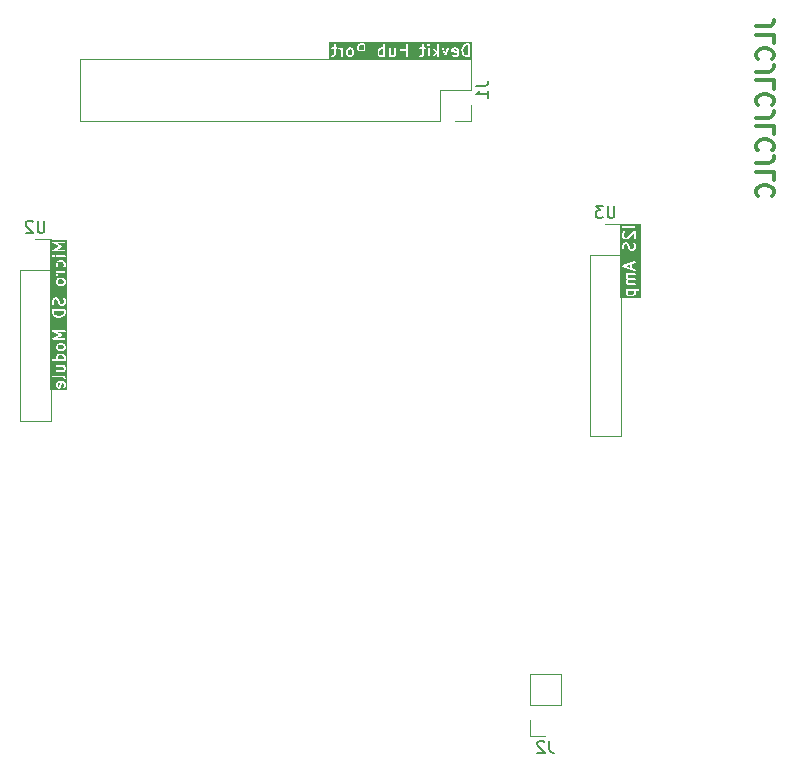
<source format=gbr>
%TF.GenerationSoftware,KiCad,Pcbnew,7.0.8*%
%TF.CreationDate,2023-10-15T22:57:13-07:00*%
%TF.ProjectId,HandheldInterface,48616e64-6865-46c6-9449-6e7465726661,rev?*%
%TF.SameCoordinates,Original*%
%TF.FileFunction,Legend,Bot*%
%TF.FilePolarity,Positive*%
%FSLAX46Y46*%
G04 Gerber Fmt 4.6, Leading zero omitted, Abs format (unit mm)*
G04 Created by KiCad (PCBNEW 7.0.8) date 2023-10-15 22:57:13*
%MOMM*%
%LPD*%
G01*
G04 APERTURE LIST*
%ADD10C,0.300000*%
%ADD11C,0.150000*%
%ADD12C,0.120000*%
G04 APERTURE END LIST*
D10*
X99115828Y-21303082D02*
X100187257Y-21303082D01*
X100187257Y-21303082D02*
X100401542Y-21231653D01*
X100401542Y-21231653D02*
X100544400Y-21088796D01*
X100544400Y-21088796D02*
X100615828Y-20874510D01*
X100615828Y-20874510D02*
X100615828Y-20731653D01*
X100615828Y-22731653D02*
X100615828Y-22017367D01*
X100615828Y-22017367D02*
X99115828Y-22017367D01*
X100472971Y-24088796D02*
X100544400Y-24017368D01*
X100544400Y-24017368D02*
X100615828Y-23803082D01*
X100615828Y-23803082D02*
X100615828Y-23660225D01*
X100615828Y-23660225D02*
X100544400Y-23445939D01*
X100544400Y-23445939D02*
X100401542Y-23303082D01*
X100401542Y-23303082D02*
X100258685Y-23231653D01*
X100258685Y-23231653D02*
X99972971Y-23160225D01*
X99972971Y-23160225D02*
X99758685Y-23160225D01*
X99758685Y-23160225D02*
X99472971Y-23231653D01*
X99472971Y-23231653D02*
X99330114Y-23303082D01*
X99330114Y-23303082D02*
X99187257Y-23445939D01*
X99187257Y-23445939D02*
X99115828Y-23660225D01*
X99115828Y-23660225D02*
X99115828Y-23803082D01*
X99115828Y-23803082D02*
X99187257Y-24017368D01*
X99187257Y-24017368D02*
X99258685Y-24088796D01*
X99115828Y-25160225D02*
X100187257Y-25160225D01*
X100187257Y-25160225D02*
X100401542Y-25088796D01*
X100401542Y-25088796D02*
X100544400Y-24945939D01*
X100544400Y-24945939D02*
X100615828Y-24731653D01*
X100615828Y-24731653D02*
X100615828Y-24588796D01*
X100615828Y-26588796D02*
X100615828Y-25874510D01*
X100615828Y-25874510D02*
X99115828Y-25874510D01*
X100472971Y-27945939D02*
X100544400Y-27874511D01*
X100544400Y-27874511D02*
X100615828Y-27660225D01*
X100615828Y-27660225D02*
X100615828Y-27517368D01*
X100615828Y-27517368D02*
X100544400Y-27303082D01*
X100544400Y-27303082D02*
X100401542Y-27160225D01*
X100401542Y-27160225D02*
X100258685Y-27088796D01*
X100258685Y-27088796D02*
X99972971Y-27017368D01*
X99972971Y-27017368D02*
X99758685Y-27017368D01*
X99758685Y-27017368D02*
X99472971Y-27088796D01*
X99472971Y-27088796D02*
X99330114Y-27160225D01*
X99330114Y-27160225D02*
X99187257Y-27303082D01*
X99187257Y-27303082D02*
X99115828Y-27517368D01*
X99115828Y-27517368D02*
X99115828Y-27660225D01*
X99115828Y-27660225D02*
X99187257Y-27874511D01*
X99187257Y-27874511D02*
X99258685Y-27945939D01*
X99115828Y-29017368D02*
X100187257Y-29017368D01*
X100187257Y-29017368D02*
X100401542Y-28945939D01*
X100401542Y-28945939D02*
X100544400Y-28803082D01*
X100544400Y-28803082D02*
X100615828Y-28588796D01*
X100615828Y-28588796D02*
X100615828Y-28445939D01*
X100615828Y-30445939D02*
X100615828Y-29731653D01*
X100615828Y-29731653D02*
X99115828Y-29731653D01*
X100472971Y-31803082D02*
X100544400Y-31731654D01*
X100544400Y-31731654D02*
X100615828Y-31517368D01*
X100615828Y-31517368D02*
X100615828Y-31374511D01*
X100615828Y-31374511D02*
X100544400Y-31160225D01*
X100544400Y-31160225D02*
X100401542Y-31017368D01*
X100401542Y-31017368D02*
X100258685Y-30945939D01*
X100258685Y-30945939D02*
X99972971Y-30874511D01*
X99972971Y-30874511D02*
X99758685Y-30874511D01*
X99758685Y-30874511D02*
X99472971Y-30945939D01*
X99472971Y-30945939D02*
X99330114Y-31017368D01*
X99330114Y-31017368D02*
X99187257Y-31160225D01*
X99187257Y-31160225D02*
X99115828Y-31374511D01*
X99115828Y-31374511D02*
X99115828Y-31517368D01*
X99115828Y-31517368D02*
X99187257Y-31731654D01*
X99187257Y-31731654D02*
X99258685Y-31803082D01*
X99115828Y-32874511D02*
X100187257Y-32874511D01*
X100187257Y-32874511D02*
X100401542Y-32803082D01*
X100401542Y-32803082D02*
X100544400Y-32660225D01*
X100544400Y-32660225D02*
X100615828Y-32445939D01*
X100615828Y-32445939D02*
X100615828Y-32303082D01*
X100615828Y-34303082D02*
X100615828Y-33588796D01*
X100615828Y-33588796D02*
X99115828Y-33588796D01*
X100472971Y-35660225D02*
X100544400Y-35588797D01*
X100544400Y-35588797D02*
X100615828Y-35374511D01*
X100615828Y-35374511D02*
X100615828Y-35231654D01*
X100615828Y-35231654D02*
X100544400Y-35017368D01*
X100544400Y-35017368D02*
X100401542Y-34874511D01*
X100401542Y-34874511D02*
X100258685Y-34803082D01*
X100258685Y-34803082D02*
X99972971Y-34731654D01*
X99972971Y-34731654D02*
X99758685Y-34731654D01*
X99758685Y-34731654D02*
X99472971Y-34803082D01*
X99472971Y-34803082D02*
X99330114Y-34874511D01*
X99330114Y-34874511D02*
X99187257Y-35017368D01*
X99187257Y-35017368D02*
X99115828Y-35231654D01*
X99115828Y-35231654D02*
X99115828Y-35374511D01*
X99115828Y-35374511D02*
X99187257Y-35588797D01*
X99187257Y-35588797D02*
X99258685Y-35660225D01*
D11*
X87121904Y-36494819D02*
X87121904Y-37304342D01*
X87121904Y-37304342D02*
X87074285Y-37399580D01*
X87074285Y-37399580D02*
X87026666Y-37447200D01*
X87026666Y-37447200D02*
X86931428Y-37494819D01*
X86931428Y-37494819D02*
X86740952Y-37494819D01*
X86740952Y-37494819D02*
X86645714Y-37447200D01*
X86645714Y-37447200D02*
X86598095Y-37399580D01*
X86598095Y-37399580D02*
X86550476Y-37304342D01*
X86550476Y-37304342D02*
X86550476Y-36494819D01*
X86169523Y-36494819D02*
X85550476Y-36494819D01*
X85550476Y-36494819D02*
X85883809Y-36875771D01*
X85883809Y-36875771D02*
X85740952Y-36875771D01*
X85740952Y-36875771D02*
X85645714Y-36923390D01*
X85645714Y-36923390D02*
X85598095Y-36971009D01*
X85598095Y-36971009D02*
X85550476Y-37066247D01*
X85550476Y-37066247D02*
X85550476Y-37304342D01*
X85550476Y-37304342D02*
X85598095Y-37399580D01*
X85598095Y-37399580D02*
X85645714Y-37447200D01*
X85645714Y-37447200D02*
X85740952Y-37494819D01*
X85740952Y-37494819D02*
X86026666Y-37494819D01*
X86026666Y-37494819D02*
X86121904Y-37447200D01*
X86121904Y-37447200D02*
X86169523Y-37399580D01*
G36*
X88771819Y-43713324D02*
G01*
X88771819Y-43868390D01*
X88737561Y-43936905D01*
X88707153Y-43967312D01*
X88638637Y-44001571D01*
X88388333Y-44001571D01*
X88319817Y-43967313D01*
X88289410Y-43936906D01*
X88255152Y-43868390D01*
X88255152Y-43713324D01*
X88274124Y-43675381D01*
X88752847Y-43675381D01*
X88771819Y-43713324D01*
G37*
G36*
X88486104Y-41734419D02*
G01*
X88083989Y-41600381D01*
X88486104Y-41466342D01*
X88486104Y-41734419D01*
G37*
G36*
X89396870Y-44294428D02*
G01*
X87628962Y-44294428D01*
X87628962Y-43886095D01*
X88105152Y-43886095D01*
X88106685Y-43890308D01*
X88105644Y-43894669D01*
X88113070Y-43919636D01*
X88160689Y-44014874D01*
X88161878Y-44015999D01*
X88174738Y-44034366D01*
X88222357Y-44081985D01*
X88223838Y-44082676D01*
X88241849Y-44096034D01*
X88337087Y-44143653D01*
X88341540Y-44144165D01*
X88344976Y-44147048D01*
X88370628Y-44151571D01*
X88656342Y-44151571D01*
X88660555Y-44150037D01*
X88664916Y-44151079D01*
X88689883Y-44143653D01*
X88785121Y-44096034D01*
X88786246Y-44094845D01*
X88804612Y-44081986D01*
X88852232Y-44034367D01*
X88852922Y-44032885D01*
X88866282Y-44014874D01*
X88913901Y-43919636D01*
X88914413Y-43915182D01*
X88917296Y-43911747D01*
X88921819Y-43886095D01*
X88921819Y-43695619D01*
X88920285Y-43691405D01*
X88921327Y-43687044D01*
X88917858Y-43675381D01*
X89180152Y-43675381D01*
X89228361Y-43657834D01*
X89254013Y-43613405D01*
X89245104Y-43562881D01*
X89205804Y-43529904D01*
X89180152Y-43525381D01*
X88180152Y-43525381D01*
X88131943Y-43542928D01*
X88106291Y-43587357D01*
X88115200Y-43637881D01*
X88122222Y-43643773D01*
X88113070Y-43662078D01*
X88112557Y-43666531D01*
X88109675Y-43669967D01*
X88105152Y-43695619D01*
X88105152Y-43886095D01*
X87628962Y-43886095D01*
X87628962Y-42981333D01*
X88105152Y-42981333D01*
X88106685Y-42985545D01*
X88105643Y-42989907D01*
X88113070Y-43014874D01*
X88160689Y-43110113D01*
X88168842Y-43117832D01*
X88173309Y-43128137D01*
X88194230Y-43143654D01*
X88289468Y-43191273D01*
X88293921Y-43191785D01*
X88297357Y-43194668D01*
X88323009Y-43199191D01*
X88846819Y-43199191D01*
X88895028Y-43181644D01*
X88920680Y-43137215D01*
X88911771Y-43086691D01*
X88872471Y-43053714D01*
X88846819Y-43049191D01*
X88340714Y-43049191D01*
X88283672Y-43020670D01*
X88255152Y-42963628D01*
X88255152Y-42856181D01*
X88283672Y-42799139D01*
X88340714Y-42770619D01*
X88846819Y-42770619D01*
X88895028Y-42753072D01*
X88920680Y-42708643D01*
X88911771Y-42658119D01*
X88872471Y-42625142D01*
X88846819Y-42620619D01*
X88340714Y-42620619D01*
X88283672Y-42592098D01*
X88255152Y-42535057D01*
X88255152Y-42427610D01*
X88289410Y-42359094D01*
X88306456Y-42342048D01*
X88846819Y-42342048D01*
X88895028Y-42324501D01*
X88920680Y-42280072D01*
X88911771Y-42229548D01*
X88872471Y-42196571D01*
X88846819Y-42192048D01*
X88180152Y-42192048D01*
X88131943Y-42209595D01*
X88106291Y-42254024D01*
X88115200Y-42304548D01*
X88138994Y-42324514D01*
X88113070Y-42376364D01*
X88112557Y-42380817D01*
X88109675Y-42384253D01*
X88105152Y-42409905D01*
X88105152Y-42552762D01*
X88106685Y-42556975D01*
X88105644Y-42561336D01*
X88113070Y-42586303D01*
X88160689Y-42681541D01*
X88168842Y-42689260D01*
X88171425Y-42695220D01*
X88160689Y-42709697D01*
X88113070Y-42804935D01*
X88112557Y-42809388D01*
X88109675Y-42812824D01*
X88105152Y-42838476D01*
X88105152Y-42981333D01*
X87628962Y-42981333D01*
X87628962Y-41611382D01*
X87772630Y-41611382D01*
X87773658Y-41613281D01*
X87773342Y-41615417D01*
X87785760Y-41635630D01*
X87797059Y-41656496D01*
X87799066Y-41657289D01*
X87800197Y-41659129D01*
X87823102Y-41671532D01*
X88823102Y-42004865D01*
X88874385Y-42003464D01*
X88912771Y-41969426D01*
X88920296Y-41918678D01*
X88893441Y-41874965D01*
X88870536Y-41862563D01*
X88636104Y-41784419D01*
X88636104Y-41416342D01*
X88870536Y-41338199D01*
X88910722Y-41306308D01*
X88921008Y-41256047D01*
X88896579Y-41210933D01*
X88848867Y-41192076D01*
X88823102Y-41195897D01*
X87823102Y-41529230D01*
X87821410Y-41530572D01*
X87819252Y-41530631D01*
X87801490Y-41546380D01*
X87782916Y-41561121D01*
X87782483Y-41563234D01*
X87780867Y-41564668D01*
X87777386Y-41588138D01*
X87772630Y-41611382D01*
X87628962Y-41611382D01*
X87628962Y-40076571D01*
X87771819Y-40076571D01*
X87772379Y-40078109D01*
X87775668Y-40100288D01*
X87823287Y-40243145D01*
X87855178Y-40283331D01*
X87905439Y-40293617D01*
X87950553Y-40269188D01*
X87969410Y-40221476D01*
X87965589Y-40195710D01*
X87921819Y-40064400D01*
X87921819Y-39856181D01*
X87956077Y-39787665D01*
X87986484Y-39757258D01*
X88055000Y-39723000D01*
X88114828Y-39723000D01*
X88183344Y-39757258D01*
X88213751Y-39787665D01*
X88252244Y-39864652D01*
X88297867Y-40047142D01*
X88299855Y-40050086D01*
X88303546Y-40062493D01*
X88351165Y-40157731D01*
X88352354Y-40158856D01*
X88365214Y-40177223D01*
X88412833Y-40224842D01*
X88414314Y-40225533D01*
X88432325Y-40238891D01*
X88527563Y-40286510D01*
X88532016Y-40287022D01*
X88535452Y-40289905D01*
X88561104Y-40294428D01*
X88656342Y-40294428D01*
X88660555Y-40292894D01*
X88664916Y-40293936D01*
X88689883Y-40286510D01*
X88785121Y-40238891D01*
X88786246Y-40237702D01*
X88804612Y-40224843D01*
X88852232Y-40177224D01*
X88852922Y-40175742D01*
X88866282Y-40157731D01*
X88913901Y-40062493D01*
X88914413Y-40058039D01*
X88917296Y-40054604D01*
X88921819Y-40028952D01*
X88921819Y-39790857D01*
X88921259Y-39789319D01*
X88917970Y-39767139D01*
X88870351Y-39624283D01*
X88838460Y-39584097D01*
X88788199Y-39573811D01*
X88743085Y-39598240D01*
X88724228Y-39645951D01*
X88728049Y-39671717D01*
X88771819Y-39803027D01*
X88771819Y-40011247D01*
X88737561Y-40079762D01*
X88707153Y-40110169D01*
X88638637Y-40144428D01*
X88578809Y-40144428D01*
X88510293Y-40110170D01*
X88479886Y-40079763D01*
X88441392Y-40002776D01*
X88395770Y-39820286D01*
X88393781Y-39817341D01*
X88390091Y-39804935D01*
X88342472Y-39709697D01*
X88341282Y-39708571D01*
X88328423Y-39690205D01*
X88280804Y-39642586D01*
X88279322Y-39641895D01*
X88261312Y-39628537D01*
X88166074Y-39580918D01*
X88161620Y-39580405D01*
X88158185Y-39577523D01*
X88132533Y-39573000D01*
X88037295Y-39573000D01*
X88033081Y-39574533D01*
X88028720Y-39573492D01*
X88003754Y-39580918D01*
X87908516Y-39628537D01*
X87907390Y-39629726D01*
X87889024Y-39642586D01*
X87841405Y-39690205D01*
X87840714Y-39691686D01*
X87827356Y-39709697D01*
X87779737Y-39804935D01*
X87779224Y-39809388D01*
X87776342Y-39812824D01*
X87771819Y-39838476D01*
X87771819Y-40076571D01*
X87628962Y-40076571D01*
X87628962Y-39076571D01*
X87771819Y-39076571D01*
X87773352Y-39080784D01*
X87772311Y-39085145D01*
X87779737Y-39110112D01*
X87827356Y-39205350D01*
X87828545Y-39206475D01*
X87841405Y-39224842D01*
X87889024Y-39272461D01*
X87890505Y-39273152D01*
X87908516Y-39286510D01*
X88003754Y-39334129D01*
X88008207Y-39334641D01*
X88011643Y-39337524D01*
X88037295Y-39342047D01*
X88132533Y-39342047D01*
X88134071Y-39341486D01*
X88156250Y-39338198D01*
X88299107Y-39290579D01*
X88302619Y-39287791D01*
X88307086Y-39287401D01*
X88328423Y-39272461D01*
X88771819Y-38829065D01*
X88771819Y-39267047D01*
X88789366Y-39315256D01*
X88833795Y-39340908D01*
X88884319Y-39331999D01*
X88917296Y-39292699D01*
X88921819Y-39267047D01*
X88921819Y-38648000D01*
X88914098Y-38626788D01*
X88908256Y-38604982D01*
X88905444Y-38603013D01*
X88904272Y-38599791D01*
X88884726Y-38588505D01*
X88866231Y-38575555D01*
X88862813Y-38575853D01*
X88859843Y-38574139D01*
X88837616Y-38578058D01*
X88815123Y-38580026D01*
X88811308Y-38582697D01*
X88809319Y-38583048D01*
X88807198Y-38585574D01*
X88793786Y-38594967D01*
X88234876Y-39153875D01*
X88120363Y-39192047D01*
X88055000Y-39192047D01*
X87986484Y-39157789D01*
X87956077Y-39127382D01*
X87921819Y-39058866D01*
X87921819Y-38856181D01*
X87956077Y-38787665D01*
X87995090Y-38748652D01*
X88016771Y-38702156D01*
X88003494Y-38652601D01*
X87961468Y-38623175D01*
X87910361Y-38627646D01*
X87889024Y-38642586D01*
X87841405Y-38690205D01*
X87840714Y-38691686D01*
X87827356Y-38709697D01*
X87779737Y-38804935D01*
X87779224Y-38809388D01*
X87776342Y-38812824D01*
X87771819Y-38838476D01*
X87771819Y-39076571D01*
X87628962Y-39076571D01*
X87628962Y-38254024D01*
X87772958Y-38254024D01*
X87781867Y-38304548D01*
X87821167Y-38337525D01*
X87846819Y-38342048D01*
X88846819Y-38342048D01*
X88895028Y-38324501D01*
X88920680Y-38280072D01*
X88911771Y-38229548D01*
X88872471Y-38196571D01*
X88846819Y-38192048D01*
X87846819Y-38192048D01*
X87798610Y-38209595D01*
X87772958Y-38254024D01*
X87628962Y-38254024D01*
X87628962Y-38049191D01*
X89396870Y-38049191D01*
X89396870Y-44294428D01*
G37*
X38861904Y-37764819D02*
X38861904Y-38574342D01*
X38861904Y-38574342D02*
X38814285Y-38669580D01*
X38814285Y-38669580D02*
X38766666Y-38717200D01*
X38766666Y-38717200D02*
X38671428Y-38764819D01*
X38671428Y-38764819D02*
X38480952Y-38764819D01*
X38480952Y-38764819D02*
X38385714Y-38717200D01*
X38385714Y-38717200D02*
X38338095Y-38669580D01*
X38338095Y-38669580D02*
X38290476Y-38574342D01*
X38290476Y-38574342D02*
X38290476Y-37764819D01*
X37861904Y-37860057D02*
X37814285Y-37812438D01*
X37814285Y-37812438D02*
X37719047Y-37764819D01*
X37719047Y-37764819D02*
X37480952Y-37764819D01*
X37480952Y-37764819D02*
X37385714Y-37812438D01*
X37385714Y-37812438D02*
X37338095Y-37860057D01*
X37338095Y-37860057D02*
X37290476Y-37955295D01*
X37290476Y-37955295D02*
X37290476Y-38050533D01*
X37290476Y-38050533D02*
X37338095Y-38193390D01*
X37338095Y-38193390D02*
X37909523Y-38764819D01*
X37909523Y-38764819D02*
X37290476Y-38764819D01*
G36*
X40096761Y-51811667D02*
G01*
X40080714Y-51811667D01*
X40023672Y-51783146D01*
X39995152Y-51726105D01*
X39995152Y-51571039D01*
X40023672Y-51513997D01*
X40080714Y-51485477D01*
X40161999Y-51485477D01*
X40096761Y-51811667D01*
G37*
G36*
X40447153Y-49186401D02*
G01*
X40477561Y-49216808D01*
X40511819Y-49285324D01*
X40511819Y-49440390D01*
X40492848Y-49478333D01*
X40014123Y-49478333D01*
X39995152Y-49440390D01*
X39995152Y-49285324D01*
X40029410Y-49216808D01*
X40059817Y-49186401D01*
X40128333Y-49152143D01*
X40378637Y-49152143D01*
X40447153Y-49186401D01*
G37*
G36*
X40447153Y-48281639D02*
G01*
X40477561Y-48312046D01*
X40511819Y-48380562D01*
X40511819Y-48488009D01*
X40477561Y-48556524D01*
X40447153Y-48586931D01*
X40378637Y-48621190D01*
X40128333Y-48621190D01*
X40059817Y-48586932D01*
X40029410Y-48556525D01*
X39995152Y-48488009D01*
X39995152Y-48380562D01*
X40029410Y-48312046D01*
X40059817Y-48281639D01*
X40128333Y-48247381D01*
X40378637Y-48247381D01*
X40447153Y-48281639D01*
G37*
G36*
X40511819Y-45541163D02*
G01*
X40473648Y-45655675D01*
X40399534Y-45729788D01*
X40322547Y-45768282D01*
X40149013Y-45811666D01*
X40024624Y-45811666D01*
X39851090Y-45768282D01*
X39774103Y-45729789D01*
X39699990Y-45655676D01*
X39661819Y-45541162D01*
X39661819Y-45390238D01*
X40511819Y-45390238D01*
X40511819Y-45541163D01*
G37*
G36*
X40447153Y-42757829D02*
G01*
X40477561Y-42788236D01*
X40511819Y-42856752D01*
X40511819Y-42964199D01*
X40477561Y-43032714D01*
X40447153Y-43063121D01*
X40378637Y-43097380D01*
X40128333Y-43097380D01*
X40059817Y-43063122D01*
X40029410Y-43032715D01*
X39995152Y-42964199D01*
X39995152Y-42856752D01*
X40029410Y-42788236D01*
X40059817Y-42757829D01*
X40128333Y-42723571D01*
X40378637Y-42723571D01*
X40447153Y-42757829D01*
G37*
G36*
X40804676Y-52104524D02*
G01*
X39368962Y-52104524D01*
X39368962Y-51743810D01*
X39845152Y-51743810D01*
X39846685Y-51748023D01*
X39845644Y-51752384D01*
X39853070Y-51777351D01*
X39900689Y-51872589D01*
X39908842Y-51880308D01*
X39913309Y-51890613D01*
X39934230Y-51906130D01*
X40029468Y-51953749D01*
X40033921Y-51954261D01*
X40037357Y-51957144D01*
X40063009Y-51961667D01*
X40158247Y-51961667D01*
X40169891Y-51957428D01*
X40182281Y-51957712D01*
X40193251Y-51948925D01*
X40206456Y-51944120D01*
X40212650Y-51933390D01*
X40222325Y-51925643D01*
X40231791Y-51901376D01*
X40314970Y-51485477D01*
X40426256Y-51485477D01*
X40483298Y-51513997D01*
X40511819Y-51571039D01*
X40511819Y-51726105D01*
X40472118Y-51805507D01*
X40466253Y-51856474D01*
X40494519Y-51899287D01*
X40543694Y-51913913D01*
X40590765Y-51893510D01*
X40606282Y-51872589D01*
X40653901Y-51777351D01*
X40654413Y-51772897D01*
X40657296Y-51769462D01*
X40661819Y-51743810D01*
X40661819Y-51553334D01*
X40660285Y-51549120D01*
X40661327Y-51544759D01*
X40653901Y-51519793D01*
X40606282Y-51424555D01*
X40598128Y-51416835D01*
X40593662Y-51406531D01*
X40572741Y-51391014D01*
X40477502Y-51343395D01*
X40473048Y-51342882D01*
X40469613Y-51340000D01*
X40443961Y-51335477D01*
X40063009Y-51335477D01*
X40058795Y-51337010D01*
X40054434Y-51335969D01*
X40029468Y-51343395D01*
X39934230Y-51391014D01*
X39926510Y-51399167D01*
X39916206Y-51403634D01*
X39900689Y-51424555D01*
X39853070Y-51519793D01*
X39852557Y-51524246D01*
X39849675Y-51527682D01*
X39845152Y-51553334D01*
X39845152Y-51743810D01*
X39368962Y-51743810D01*
X39368962Y-50921262D01*
X39512958Y-50921262D01*
X39521867Y-50971786D01*
X39561167Y-51004763D01*
X39586819Y-51009286D01*
X40426256Y-51009286D01*
X40483298Y-51037806D01*
X40519737Y-51110684D01*
X40556991Y-51145956D01*
X40608201Y-51149031D01*
X40649407Y-51118467D01*
X40661327Y-51068568D01*
X40653901Y-51043602D01*
X40606282Y-50948364D01*
X40598128Y-50940644D01*
X40593662Y-50930340D01*
X40572741Y-50914823D01*
X40477502Y-50867204D01*
X40473048Y-50866691D01*
X40469613Y-50863809D01*
X40443961Y-50859286D01*
X39586819Y-50859286D01*
X39538610Y-50876833D01*
X39512958Y-50921262D01*
X39368962Y-50921262D01*
X39368962Y-50445071D01*
X39846291Y-50445071D01*
X39855200Y-50495595D01*
X39894500Y-50528572D01*
X39920152Y-50533095D01*
X40586819Y-50533095D01*
X40635028Y-50515548D01*
X40660680Y-50471119D01*
X40651771Y-50420595D01*
X40627976Y-50400628D01*
X40653901Y-50348779D01*
X40654413Y-50344325D01*
X40657296Y-50340890D01*
X40661819Y-50315238D01*
X40661819Y-50172381D01*
X40660285Y-50168167D01*
X40661327Y-50163806D01*
X40653901Y-50138840D01*
X40606282Y-50043602D01*
X40598128Y-50035882D01*
X40593662Y-50025578D01*
X40572741Y-50010061D01*
X40477502Y-49962442D01*
X40473048Y-49961929D01*
X40469613Y-49959047D01*
X40443961Y-49954524D01*
X39920152Y-49954524D01*
X39871943Y-49972071D01*
X39846291Y-50016500D01*
X39855200Y-50067024D01*
X39894500Y-50100001D01*
X39920152Y-50104524D01*
X40426256Y-50104524D01*
X40483298Y-50133044D01*
X40511819Y-50190086D01*
X40511819Y-50297533D01*
X40477561Y-50366048D01*
X40460514Y-50383095D01*
X39920152Y-50383095D01*
X39871943Y-50400642D01*
X39846291Y-50445071D01*
X39368962Y-50445071D01*
X39368962Y-49540309D01*
X39512958Y-49540309D01*
X39521867Y-49590833D01*
X39561167Y-49623810D01*
X39586819Y-49628333D01*
X40586819Y-49628333D01*
X40635028Y-49610786D01*
X40660680Y-49566357D01*
X40651771Y-49515833D01*
X40644748Y-49509940D01*
X40653901Y-49491636D01*
X40654413Y-49487182D01*
X40657296Y-49483747D01*
X40661819Y-49458095D01*
X40661819Y-49267619D01*
X40660285Y-49263405D01*
X40661327Y-49259044D01*
X40653901Y-49234078D01*
X40606282Y-49138840D01*
X40605094Y-49137715D01*
X40592232Y-49119347D01*
X40544612Y-49071728D01*
X40543129Y-49071036D01*
X40525121Y-49057680D01*
X40429883Y-49010061D01*
X40425429Y-49009548D01*
X40421994Y-49006666D01*
X40396342Y-49002143D01*
X40110628Y-49002143D01*
X40106414Y-49003676D01*
X40102053Y-49002635D01*
X40077087Y-49010061D01*
X39981849Y-49057680D01*
X39980723Y-49058869D01*
X39962357Y-49071729D01*
X39914738Y-49119348D01*
X39914047Y-49120829D01*
X39900689Y-49138840D01*
X39853070Y-49234078D01*
X39852557Y-49238531D01*
X39849675Y-49241967D01*
X39845152Y-49267619D01*
X39845152Y-49458095D01*
X39846685Y-49462308D01*
X39845644Y-49466669D01*
X39849113Y-49478333D01*
X39586819Y-49478333D01*
X39538610Y-49495880D01*
X39512958Y-49540309D01*
X39368962Y-49540309D01*
X39368962Y-48505714D01*
X39845152Y-48505714D01*
X39846685Y-48509927D01*
X39845644Y-48514288D01*
X39853070Y-48539255D01*
X39900689Y-48634493D01*
X39901878Y-48635618D01*
X39914738Y-48653985D01*
X39962357Y-48701604D01*
X39963838Y-48702295D01*
X39981849Y-48715653D01*
X40077087Y-48763272D01*
X40081540Y-48763784D01*
X40084976Y-48766667D01*
X40110628Y-48771190D01*
X40396342Y-48771190D01*
X40400555Y-48769656D01*
X40404916Y-48770698D01*
X40429883Y-48763272D01*
X40525121Y-48715653D01*
X40526246Y-48714464D01*
X40544612Y-48701605D01*
X40592232Y-48653986D01*
X40592922Y-48652504D01*
X40606282Y-48634493D01*
X40653901Y-48539255D01*
X40654413Y-48534801D01*
X40657296Y-48531366D01*
X40661819Y-48505714D01*
X40661819Y-48362857D01*
X40660285Y-48358643D01*
X40661327Y-48354282D01*
X40653901Y-48329316D01*
X40606282Y-48234078D01*
X40605094Y-48232953D01*
X40592232Y-48214585D01*
X40544612Y-48166966D01*
X40543129Y-48166274D01*
X40525121Y-48152918D01*
X40429883Y-48105299D01*
X40425429Y-48104786D01*
X40421994Y-48101904D01*
X40396342Y-48097381D01*
X40110628Y-48097381D01*
X40106414Y-48098914D01*
X40102053Y-48097873D01*
X40077087Y-48105299D01*
X39981849Y-48152918D01*
X39980723Y-48154107D01*
X39962357Y-48166967D01*
X39914738Y-48214586D01*
X39914047Y-48216067D01*
X39900689Y-48234078D01*
X39853070Y-48329316D01*
X39852557Y-48333769D01*
X39849675Y-48337205D01*
X39845152Y-48362857D01*
X39845152Y-48505714D01*
X39368962Y-48505714D01*
X39368962Y-47083658D01*
X39512102Y-47083658D01*
X39519022Y-47098509D01*
X39521867Y-47114643D01*
X39529539Y-47121081D01*
X39533770Y-47130160D01*
X39555103Y-47145107D01*
X40123750Y-47410476D01*
X39555103Y-47675845D01*
X39548022Y-47682930D01*
X39538610Y-47686356D01*
X39530417Y-47700545D01*
X39518837Y-47712133D01*
X39517966Y-47722109D01*
X39512958Y-47730785D01*
X39515803Y-47746920D01*
X39514380Y-47763242D01*
X39520127Y-47771445D01*
X39521867Y-47781309D01*
X39534417Y-47791840D01*
X39543819Y-47805258D01*
X39553493Y-47807847D01*
X39561167Y-47814286D01*
X39586819Y-47818809D01*
X40586819Y-47818809D01*
X40635028Y-47801262D01*
X40660680Y-47756833D01*
X40651771Y-47706309D01*
X40612471Y-47673332D01*
X40586819Y-47668809D01*
X39924887Y-47668809D01*
X40332821Y-47478440D01*
X40346579Y-47464673D01*
X40362528Y-47453513D01*
X40364287Y-47446953D01*
X40369086Y-47442152D01*
X40370777Y-47422763D01*
X40375821Y-47403962D01*
X40372953Y-47397808D01*
X40373544Y-47391043D01*
X40362372Y-47375099D01*
X40354153Y-47357459D01*
X40346018Y-47351759D01*
X40344104Y-47349027D01*
X40340892Y-47348167D01*
X40332821Y-47342512D01*
X39924887Y-47152143D01*
X40586819Y-47152143D01*
X40635028Y-47134596D01*
X40660680Y-47090167D01*
X40651771Y-47039643D01*
X40612471Y-47006666D01*
X40586819Y-47002143D01*
X39586819Y-47002143D01*
X39577406Y-47005568D01*
X39567429Y-47004693D01*
X39554004Y-47014086D01*
X39538610Y-47019690D01*
X39533602Y-47028362D01*
X39525395Y-47034106D01*
X39521149Y-47049931D01*
X39512958Y-47064119D01*
X39514697Y-47073983D01*
X39512102Y-47083658D01*
X39368962Y-47083658D01*
X39368962Y-45553333D01*
X39511819Y-45553333D01*
X39512379Y-45554871D01*
X39515668Y-45577050D01*
X39563287Y-45719907D01*
X39566074Y-45723419D01*
X39566465Y-45727886D01*
X39581405Y-45749223D01*
X39676643Y-45844461D01*
X39678124Y-45845151D01*
X39696135Y-45858510D01*
X39791373Y-45906129D01*
X39794901Y-45906535D01*
X39806724Y-45911808D01*
X39997200Y-45959427D01*
X40000648Y-45959066D01*
X40015390Y-45961666D01*
X40158247Y-45961666D01*
X40161504Y-45960480D01*
X40176437Y-45959427D01*
X40366913Y-45911808D01*
X40369857Y-45909819D01*
X40382264Y-45906129D01*
X40477502Y-45858510D01*
X40478625Y-45857323D01*
X40496994Y-45844461D01*
X40592233Y-45749223D01*
X40594128Y-45745158D01*
X40597948Y-45742812D01*
X40610351Y-45719907D01*
X40657970Y-45577051D01*
X40657925Y-45575415D01*
X40661819Y-45553333D01*
X40661819Y-45315238D01*
X40655155Y-45296929D01*
X40651771Y-45277738D01*
X40646586Y-45273387D01*
X40644272Y-45267029D01*
X40627398Y-45257286D01*
X40612471Y-45244761D01*
X40602728Y-45243043D01*
X40599843Y-45241377D01*
X40596560Y-45241955D01*
X40586819Y-45240238D01*
X39586819Y-45240238D01*
X39568510Y-45246901D01*
X39549319Y-45250286D01*
X39544968Y-45255470D01*
X39538610Y-45257785D01*
X39528867Y-45274658D01*
X39516342Y-45289586D01*
X39514624Y-45299328D01*
X39512958Y-45302214D01*
X39513536Y-45305496D01*
X39511819Y-45315238D01*
X39511819Y-45553333D01*
X39368962Y-45553333D01*
X39368962Y-44743809D01*
X39511819Y-44743809D01*
X39512379Y-44745347D01*
X39515668Y-44767526D01*
X39563287Y-44910383D01*
X39595178Y-44950569D01*
X39645439Y-44960855D01*
X39690553Y-44936426D01*
X39709410Y-44888714D01*
X39705589Y-44862948D01*
X39661819Y-44731638D01*
X39661819Y-44523419D01*
X39696077Y-44454903D01*
X39726484Y-44424496D01*
X39795000Y-44390238D01*
X39854828Y-44390238D01*
X39923344Y-44424496D01*
X39953751Y-44454903D01*
X39992244Y-44531890D01*
X40037867Y-44714380D01*
X40039855Y-44717324D01*
X40043546Y-44729731D01*
X40091165Y-44824969D01*
X40092354Y-44826094D01*
X40105214Y-44844461D01*
X40152833Y-44892080D01*
X40154314Y-44892771D01*
X40172325Y-44906129D01*
X40267563Y-44953748D01*
X40272016Y-44954260D01*
X40275452Y-44957143D01*
X40301104Y-44961666D01*
X40396342Y-44961666D01*
X40400555Y-44960132D01*
X40404916Y-44961174D01*
X40429883Y-44953748D01*
X40525121Y-44906129D01*
X40526246Y-44904940D01*
X40544612Y-44892081D01*
X40592232Y-44844462D01*
X40592922Y-44842980D01*
X40606282Y-44824969D01*
X40653901Y-44729731D01*
X40654413Y-44725277D01*
X40657296Y-44721842D01*
X40661819Y-44696190D01*
X40661819Y-44458095D01*
X40661259Y-44456557D01*
X40657970Y-44434377D01*
X40610351Y-44291521D01*
X40578460Y-44251335D01*
X40528199Y-44241049D01*
X40483085Y-44265478D01*
X40464228Y-44313189D01*
X40468049Y-44338955D01*
X40511819Y-44470265D01*
X40511819Y-44678485D01*
X40477561Y-44747000D01*
X40447153Y-44777407D01*
X40378637Y-44811666D01*
X40318809Y-44811666D01*
X40250293Y-44777408D01*
X40219886Y-44747001D01*
X40181392Y-44670014D01*
X40135770Y-44487524D01*
X40133781Y-44484579D01*
X40130091Y-44472173D01*
X40082472Y-44376935D01*
X40081282Y-44375809D01*
X40068423Y-44357443D01*
X40020804Y-44309824D01*
X40019322Y-44309133D01*
X40001312Y-44295775D01*
X39906074Y-44248156D01*
X39901620Y-44247643D01*
X39898185Y-44244761D01*
X39872533Y-44240238D01*
X39777295Y-44240238D01*
X39773081Y-44241771D01*
X39768720Y-44240730D01*
X39743754Y-44248156D01*
X39648516Y-44295775D01*
X39647390Y-44296964D01*
X39629024Y-44309824D01*
X39581405Y-44357443D01*
X39580714Y-44358924D01*
X39567356Y-44376935D01*
X39519737Y-44472173D01*
X39519224Y-44476626D01*
X39516342Y-44480062D01*
X39511819Y-44505714D01*
X39511819Y-44743809D01*
X39368962Y-44743809D01*
X39368962Y-42981904D01*
X39845152Y-42981904D01*
X39846685Y-42986117D01*
X39845644Y-42990478D01*
X39853070Y-43015445D01*
X39900689Y-43110683D01*
X39901878Y-43111808D01*
X39914738Y-43130175D01*
X39962357Y-43177794D01*
X39963838Y-43178485D01*
X39981849Y-43191843D01*
X40077087Y-43239462D01*
X40081540Y-43239974D01*
X40084976Y-43242857D01*
X40110628Y-43247380D01*
X40396342Y-43247380D01*
X40400555Y-43245846D01*
X40404916Y-43246888D01*
X40429883Y-43239462D01*
X40525121Y-43191843D01*
X40526246Y-43190654D01*
X40544612Y-43177795D01*
X40592232Y-43130176D01*
X40592922Y-43128694D01*
X40606282Y-43110683D01*
X40653901Y-43015445D01*
X40654413Y-43010991D01*
X40657296Y-43007556D01*
X40661819Y-42981904D01*
X40661819Y-42839047D01*
X40660285Y-42834833D01*
X40661327Y-42830472D01*
X40653901Y-42805506D01*
X40606282Y-42710268D01*
X40605094Y-42709143D01*
X40592232Y-42690775D01*
X40544612Y-42643156D01*
X40543129Y-42642464D01*
X40525121Y-42629108D01*
X40429883Y-42581489D01*
X40425429Y-42580976D01*
X40421994Y-42578094D01*
X40396342Y-42573571D01*
X40110628Y-42573571D01*
X40106414Y-42575104D01*
X40102053Y-42574063D01*
X40077087Y-42581489D01*
X39981849Y-42629108D01*
X39980723Y-42630297D01*
X39962357Y-42643157D01*
X39914738Y-42690776D01*
X39914047Y-42692257D01*
X39900689Y-42710268D01*
X39853070Y-42805506D01*
X39852557Y-42809959D01*
X39849675Y-42813395D01*
X39845152Y-42839047D01*
X39845152Y-42981904D01*
X39368962Y-42981904D01*
X39368962Y-42362856D01*
X39845152Y-42362856D01*
X39862699Y-42411065D01*
X39907128Y-42436717D01*
X39957652Y-42427808D01*
X39990629Y-42388508D01*
X39995152Y-42362856D01*
X39995152Y-42285323D01*
X40029410Y-42216807D01*
X40059817Y-42186400D01*
X40128333Y-42152142D01*
X40586819Y-42152142D01*
X40635028Y-42134595D01*
X40660680Y-42090166D01*
X40651771Y-42039642D01*
X40612471Y-42006665D01*
X40586819Y-42002142D01*
X39920152Y-42002142D01*
X39871943Y-42019689D01*
X39846291Y-42064118D01*
X39855200Y-42114642D01*
X39894500Y-42147619D01*
X39896153Y-42147910D01*
X39853070Y-42234077D01*
X39852557Y-42238530D01*
X39849675Y-42241966D01*
X39845152Y-42267618D01*
X39845152Y-42362856D01*
X39368962Y-42362856D01*
X39368962Y-41553332D01*
X39845152Y-41553332D01*
X39846685Y-41557545D01*
X39845644Y-41561906D01*
X39853070Y-41586873D01*
X39900689Y-41682111D01*
X39937943Y-41717383D01*
X39989153Y-41720458D01*
X40030359Y-41689894D01*
X40042279Y-41639995D01*
X40034853Y-41615029D01*
X39995152Y-41535627D01*
X39995152Y-41380561D01*
X40029410Y-41312045D01*
X40059817Y-41281638D01*
X40128333Y-41247380D01*
X40378637Y-41247380D01*
X40447153Y-41281638D01*
X40477561Y-41312045D01*
X40511819Y-41380561D01*
X40511819Y-41535627D01*
X40472118Y-41615029D01*
X40466253Y-41665996D01*
X40494519Y-41708809D01*
X40543694Y-41723435D01*
X40590765Y-41703032D01*
X40606282Y-41682111D01*
X40653901Y-41586873D01*
X40654413Y-41582419D01*
X40657296Y-41578984D01*
X40661819Y-41553332D01*
X40661819Y-41362856D01*
X40660285Y-41358642D01*
X40661327Y-41354281D01*
X40653901Y-41329315D01*
X40606282Y-41234077D01*
X40605094Y-41232952D01*
X40592232Y-41214584D01*
X40544612Y-41166965D01*
X40543129Y-41166273D01*
X40525121Y-41152917D01*
X40429883Y-41105298D01*
X40425429Y-41104785D01*
X40421994Y-41101903D01*
X40396342Y-41097380D01*
X40110628Y-41097380D01*
X40106414Y-41098913D01*
X40102053Y-41097872D01*
X40077087Y-41105298D01*
X39981849Y-41152917D01*
X39980723Y-41154106D01*
X39962357Y-41166966D01*
X39914738Y-41214585D01*
X39914047Y-41216066D01*
X39900689Y-41234077D01*
X39853070Y-41329315D01*
X39852557Y-41333768D01*
X39849675Y-41337204D01*
X39845152Y-41362856D01*
X39845152Y-41553332D01*
X39368962Y-41553332D01*
X39368962Y-40737273D01*
X39512105Y-40737273D01*
X39517147Y-40756092D01*
X39518846Y-40775505D01*
X39521515Y-40779318D01*
X39521867Y-40781309D01*
X39524395Y-40783430D01*
X39524519Y-40783607D01*
X39525382Y-40786827D01*
X39528112Y-40788738D01*
X39533786Y-40796842D01*
X39581405Y-40844461D01*
X39599063Y-40852694D01*
X39615027Y-40863873D01*
X39621769Y-40863282D01*
X39627901Y-40866142D01*
X39646720Y-40861099D01*
X39666134Y-40859401D01*
X39674236Y-40853727D01*
X39677456Y-40852865D01*
X39679367Y-40850135D01*
X39687471Y-40844461D01*
X39735090Y-40796842D01*
X39743325Y-40779181D01*
X39754501Y-40763220D01*
X39754202Y-40759804D01*
X39755918Y-40756833D01*
X39755322Y-40753453D01*
X39756771Y-40750346D01*
X39751728Y-40731524D01*
X39751663Y-40730785D01*
X39846291Y-40730785D01*
X39855200Y-40781309D01*
X39894500Y-40814286D01*
X39920152Y-40818809D01*
X40586819Y-40818809D01*
X40635028Y-40801262D01*
X40660680Y-40756833D01*
X40651771Y-40706309D01*
X40612471Y-40673332D01*
X40586819Y-40668809D01*
X39920152Y-40668809D01*
X39871943Y-40686356D01*
X39846291Y-40730785D01*
X39751663Y-40730785D01*
X39750030Y-40712113D01*
X39747360Y-40708299D01*
X39747009Y-40706309D01*
X39744480Y-40704187D01*
X39744356Y-40704010D01*
X39743494Y-40700791D01*
X39740764Y-40698879D01*
X39735090Y-40690776D01*
X39687471Y-40643157D01*
X39669810Y-40634922D01*
X39653849Y-40623746D01*
X39647107Y-40624335D01*
X39640974Y-40621476D01*
X39622152Y-40626518D01*
X39602742Y-40628217D01*
X39594639Y-40633890D01*
X39591420Y-40634753D01*
X39589508Y-40637483D01*
X39581405Y-40643157D01*
X39533786Y-40690776D01*
X39525552Y-40708433D01*
X39514374Y-40724398D01*
X39514672Y-40727814D01*
X39512958Y-40730785D01*
X39513554Y-40734165D01*
X39512105Y-40737273D01*
X39368962Y-40737273D01*
X39368962Y-39607467D01*
X39512102Y-39607467D01*
X39519022Y-39622318D01*
X39521867Y-39638452D01*
X39529539Y-39644890D01*
X39533770Y-39653969D01*
X39555103Y-39668916D01*
X40123750Y-39934285D01*
X39555103Y-40199654D01*
X39548022Y-40206739D01*
X39538610Y-40210165D01*
X39530417Y-40224354D01*
X39518837Y-40235942D01*
X39517966Y-40245918D01*
X39512958Y-40254594D01*
X39515803Y-40270729D01*
X39514380Y-40287051D01*
X39520127Y-40295254D01*
X39521867Y-40305118D01*
X39534417Y-40315649D01*
X39543819Y-40329067D01*
X39553493Y-40331656D01*
X39561167Y-40338095D01*
X39586819Y-40342618D01*
X40586819Y-40342618D01*
X40635028Y-40325071D01*
X40660680Y-40280642D01*
X40651771Y-40230118D01*
X40612471Y-40197141D01*
X40586819Y-40192618D01*
X39924887Y-40192618D01*
X40332821Y-40002249D01*
X40346579Y-39988482D01*
X40362528Y-39977322D01*
X40364287Y-39970762D01*
X40369086Y-39965961D01*
X40370777Y-39946572D01*
X40375821Y-39927771D01*
X40372953Y-39921617D01*
X40373544Y-39914852D01*
X40362372Y-39898908D01*
X40354153Y-39881268D01*
X40346018Y-39875568D01*
X40344104Y-39872836D01*
X40340892Y-39871976D01*
X40332821Y-39866321D01*
X39924887Y-39675952D01*
X40586819Y-39675952D01*
X40635028Y-39658405D01*
X40660680Y-39613976D01*
X40651771Y-39563452D01*
X40612471Y-39530475D01*
X40586819Y-39525952D01*
X39586819Y-39525952D01*
X39577406Y-39529377D01*
X39567429Y-39528502D01*
X39554004Y-39537895D01*
X39538610Y-39543499D01*
X39533602Y-39552171D01*
X39525395Y-39557915D01*
X39521149Y-39573740D01*
X39512958Y-39587928D01*
X39514697Y-39597792D01*
X39512102Y-39607467D01*
X39368962Y-39607467D01*
X39368962Y-39383095D01*
X40804676Y-39383095D01*
X40804676Y-52104524D01*
G37*
X75444819Y-26336666D02*
X76159104Y-26336666D01*
X76159104Y-26336666D02*
X76301961Y-26289047D01*
X76301961Y-26289047D02*
X76397200Y-26193809D01*
X76397200Y-26193809D02*
X76444819Y-26050952D01*
X76444819Y-26050952D02*
X76444819Y-25955714D01*
X76444819Y-27336666D02*
X76444819Y-26765238D01*
X76444819Y-27050952D02*
X75444819Y-27050952D01*
X75444819Y-27050952D02*
X75587676Y-26955714D01*
X75587676Y-26955714D02*
X75682914Y-26860476D01*
X75682914Y-26860476D02*
X75730533Y-26765238D01*
G36*
X64876905Y-23265410D02*
G01*
X64907312Y-23295817D01*
X64941570Y-23364333D01*
X64941570Y-23614637D01*
X64907311Y-23683153D01*
X64876904Y-23713561D01*
X64808389Y-23747819D01*
X64700942Y-23747819D01*
X64632426Y-23713561D01*
X64602019Y-23683153D01*
X64567761Y-23614637D01*
X64567761Y-23364333D01*
X64602019Y-23295817D01*
X64632426Y-23265410D01*
X64700942Y-23231152D01*
X64808389Y-23231152D01*
X64876905Y-23265410D01*
G37*
G36*
X67560618Y-23250123D02*
G01*
X67560618Y-23728847D01*
X67522675Y-23747819D01*
X67367609Y-23747819D01*
X67299093Y-23713561D01*
X67268686Y-23683153D01*
X67234428Y-23614637D01*
X67234428Y-23364333D01*
X67268686Y-23295817D01*
X67299093Y-23265410D01*
X67367609Y-23231152D01*
X67522675Y-23231152D01*
X67560618Y-23250123D01*
G37*
G36*
X73770193Y-23259672D02*
G01*
X73798714Y-23316714D01*
X73798714Y-23397999D01*
X73472524Y-23332761D01*
X73472524Y-23316714D01*
X73501044Y-23259672D01*
X73558086Y-23231152D01*
X73713152Y-23231152D01*
X73770193Y-23259672D01*
G37*
G36*
X74751095Y-23747819D02*
G01*
X74600170Y-23747819D01*
X74485657Y-23709648D01*
X74411544Y-23635534D01*
X74373050Y-23558547D01*
X74329667Y-23385013D01*
X74329667Y-23260624D01*
X74373050Y-23087090D01*
X74411544Y-23010103D01*
X74485657Y-22935990D01*
X74600170Y-22897819D01*
X74751095Y-22897819D01*
X74751095Y-23747819D01*
G37*
G36*
X65893951Y-23271628D02*
G01*
X65605704Y-23271628D01*
X65537188Y-23237370D01*
X65506781Y-23206963D01*
X65472523Y-23138447D01*
X65472523Y-23031000D01*
X65506781Y-22962484D01*
X65537188Y-22932077D01*
X65605704Y-22897819D01*
X65893951Y-22897819D01*
X65893951Y-23271628D01*
G37*
G36*
X75043952Y-24040676D02*
G01*
X62990328Y-24040676D01*
X62990328Y-23809795D01*
X63133185Y-23809795D01*
X63142094Y-23860319D01*
X63181394Y-23893296D01*
X63207046Y-23897819D01*
X63302284Y-23897819D01*
X63306497Y-23896285D01*
X63310858Y-23897327D01*
X63335825Y-23889901D01*
X63431063Y-23842282D01*
X63438782Y-23834128D01*
X63449087Y-23829662D01*
X63464604Y-23808741D01*
X63512223Y-23713502D01*
X63512735Y-23709048D01*
X63515618Y-23705613D01*
X63520141Y-23679961D01*
X63520141Y-23231152D01*
X63587998Y-23231152D01*
X63636207Y-23213605D01*
X63661859Y-23169176D01*
X63657266Y-23143128D01*
X63704614Y-23143128D01*
X63713523Y-23193652D01*
X63752823Y-23226629D01*
X63778475Y-23231152D01*
X63856008Y-23231152D01*
X63924524Y-23265410D01*
X63954931Y-23295817D01*
X63989189Y-23364333D01*
X63989189Y-23822819D01*
X64006736Y-23871028D01*
X64051165Y-23896680D01*
X64101689Y-23887771D01*
X64134666Y-23848471D01*
X64139189Y-23822819D01*
X64139189Y-23632342D01*
X64417761Y-23632342D01*
X64419294Y-23636555D01*
X64418253Y-23640916D01*
X64425679Y-23665883D01*
X64473298Y-23761121D01*
X64474486Y-23762246D01*
X64487346Y-23780612D01*
X64534965Y-23828232D01*
X64536446Y-23828922D01*
X64554458Y-23842282D01*
X64649696Y-23889901D01*
X64654149Y-23890413D01*
X64657585Y-23893296D01*
X64683237Y-23897819D01*
X64826094Y-23897819D01*
X64830307Y-23896285D01*
X64834668Y-23897327D01*
X64859635Y-23889901D01*
X64954873Y-23842282D01*
X64955997Y-23841094D01*
X64974366Y-23828232D01*
X65021984Y-23780613D01*
X65022674Y-23779131D01*
X65036033Y-23761121D01*
X65083652Y-23665883D01*
X65084164Y-23661429D01*
X65087047Y-23657994D01*
X65091570Y-23632342D01*
X65091570Y-23346628D01*
X65090036Y-23342414D01*
X65091078Y-23338053D01*
X65083652Y-23313087D01*
X65036033Y-23217849D01*
X65034843Y-23216723D01*
X65021984Y-23198357D01*
X64979779Y-23156152D01*
X65322523Y-23156152D01*
X65324056Y-23160365D01*
X65323015Y-23164726D01*
X65330441Y-23189693D01*
X65378060Y-23284931D01*
X65379249Y-23286056D01*
X65392109Y-23304423D01*
X65439728Y-23352042D01*
X65441209Y-23352733D01*
X65459220Y-23366091D01*
X65554458Y-23413710D01*
X65558911Y-23414222D01*
X65562347Y-23417105D01*
X65587999Y-23421628D01*
X65893951Y-23421628D01*
X65893951Y-23822819D01*
X65911498Y-23871028D01*
X65955927Y-23896680D01*
X66006451Y-23887771D01*
X66039428Y-23848471D01*
X66043951Y-23822819D01*
X66043951Y-23632342D01*
X67084428Y-23632342D01*
X67085961Y-23636555D01*
X67084920Y-23640916D01*
X67092346Y-23665883D01*
X67139965Y-23761121D01*
X67141153Y-23762246D01*
X67154013Y-23780612D01*
X67201632Y-23828232D01*
X67203113Y-23828922D01*
X67221125Y-23842282D01*
X67316363Y-23889901D01*
X67320816Y-23890413D01*
X67324252Y-23893296D01*
X67349904Y-23897819D01*
X67540380Y-23897819D01*
X67544593Y-23896285D01*
X67548954Y-23897327D01*
X67573921Y-23889901D01*
X67593713Y-23880004D01*
X67622594Y-23896680D01*
X67673118Y-23887771D01*
X67706095Y-23848471D01*
X67710618Y-23822819D01*
X68036809Y-23822819D01*
X68054356Y-23871028D01*
X68098785Y-23896680D01*
X68149309Y-23887771D01*
X68169275Y-23863976D01*
X68221125Y-23889901D01*
X68225578Y-23890413D01*
X68229014Y-23893296D01*
X68254666Y-23897819D01*
X68397523Y-23897819D01*
X68401736Y-23896285D01*
X68406097Y-23897327D01*
X68431064Y-23889901D01*
X68526302Y-23842282D01*
X68534021Y-23834128D01*
X68544326Y-23829662D01*
X68549401Y-23822819D01*
X68941571Y-23822819D01*
X68959118Y-23871028D01*
X69003547Y-23896680D01*
X69054071Y-23887771D01*
X69087048Y-23848471D01*
X69091571Y-23822819D01*
X69091571Y-23374009D01*
X69512999Y-23374009D01*
X69512999Y-23822819D01*
X69530546Y-23871028D01*
X69574975Y-23896680D01*
X69625499Y-23887771D01*
X69658476Y-23848471D01*
X69662999Y-23822819D01*
X69662999Y-23809795D01*
X70609377Y-23809795D01*
X70618286Y-23860319D01*
X70657586Y-23893296D01*
X70683238Y-23897819D01*
X70778476Y-23897819D01*
X70782689Y-23896285D01*
X70787050Y-23897327D01*
X70812017Y-23889901D01*
X70907255Y-23842282D01*
X70914974Y-23834128D01*
X70925279Y-23829662D01*
X70930354Y-23822819D01*
X71322523Y-23822819D01*
X71340070Y-23871028D01*
X71384499Y-23896680D01*
X71435023Y-23887771D01*
X71468000Y-23848471D01*
X71471801Y-23826914D01*
X71751207Y-23826914D01*
X71771359Y-23874093D01*
X71817124Y-23897281D01*
X71867085Y-23885627D01*
X71886095Y-23867819D01*
X72119923Y-23556046D01*
X72132047Y-23568170D01*
X72132047Y-23822819D01*
X72149594Y-23871028D01*
X72194023Y-23896680D01*
X72244547Y-23887771D01*
X72277524Y-23848471D01*
X72282047Y-23822819D01*
X72282047Y-23155698D01*
X72513001Y-23155698D01*
X72517369Y-23181377D01*
X72755464Y-23848044D01*
X72755772Y-23848415D01*
X72755775Y-23848896D01*
X72772102Y-23868117D01*
X72788203Y-23887543D01*
X72788675Y-23887629D01*
X72788988Y-23887997D01*
X72813901Y-23892234D01*
X72838672Y-23896757D01*
X72839089Y-23896519D01*
X72839565Y-23896600D01*
X72861383Y-23883826D01*
X72883256Y-23871374D01*
X72883422Y-23870924D01*
X72883838Y-23870681D01*
X72896726Y-23848044D01*
X73058796Y-23394247D01*
X73322524Y-23394247D01*
X73326762Y-23405891D01*
X73326479Y-23418281D01*
X73335265Y-23429251D01*
X73340071Y-23442456D01*
X73350800Y-23448650D01*
X73358548Y-23458325D01*
X73382815Y-23467791D01*
X73798714Y-23550969D01*
X73798714Y-23662256D01*
X73770193Y-23719298D01*
X73713152Y-23747819D01*
X73558086Y-23747819D01*
X73478684Y-23708118D01*
X73427717Y-23702253D01*
X73384904Y-23730519D01*
X73370278Y-23779694D01*
X73390681Y-23826765D01*
X73411602Y-23842282D01*
X73506840Y-23889901D01*
X73511293Y-23890413D01*
X73514729Y-23893296D01*
X73540381Y-23897819D01*
X73730857Y-23897819D01*
X73735070Y-23896285D01*
X73739431Y-23897327D01*
X73764398Y-23889901D01*
X73859636Y-23842282D01*
X73867355Y-23834128D01*
X73877660Y-23829662D01*
X73893177Y-23808741D01*
X73940796Y-23713502D01*
X73941308Y-23709048D01*
X73944191Y-23705613D01*
X73948714Y-23679961D01*
X73948714Y-23394247D01*
X74179667Y-23394247D01*
X74180852Y-23397504D01*
X74181906Y-23412437D01*
X74229525Y-23602913D01*
X74231513Y-23605857D01*
X74235204Y-23618264D01*
X74282823Y-23713502D01*
X74284009Y-23714625D01*
X74296872Y-23732994D01*
X74392110Y-23828233D01*
X74396174Y-23830128D01*
X74398521Y-23833948D01*
X74421426Y-23846351D01*
X74564282Y-23893970D01*
X74565917Y-23893925D01*
X74588000Y-23897819D01*
X74826095Y-23897819D01*
X74844403Y-23891155D01*
X74863595Y-23887771D01*
X74867945Y-23882586D01*
X74874304Y-23880272D01*
X74884046Y-23863398D01*
X74896572Y-23848471D01*
X74898289Y-23838728D01*
X74899956Y-23835843D01*
X74899377Y-23832560D01*
X74901095Y-23822819D01*
X74901095Y-22822819D01*
X74894431Y-22804510D01*
X74891047Y-22785319D01*
X74885862Y-22780968D01*
X74883548Y-22774610D01*
X74866674Y-22764867D01*
X74851747Y-22752342D01*
X74842004Y-22750624D01*
X74839119Y-22748958D01*
X74835836Y-22749536D01*
X74826095Y-22747819D01*
X74588000Y-22747819D01*
X74586462Y-22748378D01*
X74564282Y-22751668D01*
X74421426Y-22799287D01*
X74417915Y-22802073D01*
X74413447Y-22802464D01*
X74392110Y-22817405D01*
X74296872Y-22912643D01*
X74296181Y-22914124D01*
X74282823Y-22932135D01*
X74235204Y-23027373D01*
X74234797Y-23030901D01*
X74229525Y-23042724D01*
X74181906Y-23233200D01*
X74182266Y-23236648D01*
X74179667Y-23251390D01*
X74179667Y-23394247D01*
X73948714Y-23394247D01*
X73948714Y-23299009D01*
X73947180Y-23294795D01*
X73948222Y-23290434D01*
X73940796Y-23265468D01*
X73893177Y-23170230D01*
X73885023Y-23162510D01*
X73880557Y-23152206D01*
X73859636Y-23136689D01*
X73764398Y-23089070D01*
X73759944Y-23088557D01*
X73756509Y-23085675D01*
X73730857Y-23081152D01*
X73540381Y-23081152D01*
X73536167Y-23082685D01*
X73531806Y-23081644D01*
X73506840Y-23089070D01*
X73411602Y-23136689D01*
X73403882Y-23144842D01*
X73393578Y-23149309D01*
X73378061Y-23170230D01*
X73330442Y-23265468D01*
X73329929Y-23269921D01*
X73327047Y-23273357D01*
X73322524Y-23299009D01*
X73322524Y-23394247D01*
X73058796Y-23394247D01*
X73134821Y-23181377D01*
X73134510Y-23130075D01*
X73101297Y-23090975D01*
X73050720Y-23082372D01*
X73006446Y-23108291D01*
X72993559Y-23130927D01*
X72826095Y-23599826D01*
X72658631Y-23130927D01*
X72625891Y-23091428D01*
X72575423Y-23082214D01*
X72530839Y-23107597D01*
X72513001Y-23155698D01*
X72282047Y-23155698D01*
X72282047Y-22822819D01*
X72264500Y-22774610D01*
X72220071Y-22748958D01*
X72169547Y-22757867D01*
X72136570Y-22797167D01*
X72132047Y-22822819D01*
X72132047Y-23356038D01*
X71879128Y-23103119D01*
X71832631Y-23081438D01*
X71783077Y-23094715D01*
X71753650Y-23136741D01*
X71758122Y-23187848D01*
X71773062Y-23209185D01*
X72012780Y-23448903D01*
X71766095Y-23777819D01*
X71751207Y-23826914D01*
X71471801Y-23826914D01*
X71472523Y-23822819D01*
X71472523Y-23156152D01*
X71454976Y-23107943D01*
X71410547Y-23082291D01*
X71360023Y-23091200D01*
X71327046Y-23130500D01*
X71322523Y-23156152D01*
X71322523Y-23822819D01*
X70930354Y-23822819D01*
X70940796Y-23808741D01*
X70988415Y-23713502D01*
X70988927Y-23709048D01*
X70991810Y-23705613D01*
X70996333Y-23679961D01*
X70996333Y-23231152D01*
X71064190Y-23231152D01*
X71112399Y-23213605D01*
X71138051Y-23169176D01*
X71129142Y-23118652D01*
X71089842Y-23085675D01*
X71064190Y-23081152D01*
X70996333Y-23081152D01*
X70996333Y-22863902D01*
X71275190Y-22863902D01*
X71280232Y-22882721D01*
X71281931Y-22902134D01*
X71287604Y-22910236D01*
X71288467Y-22913456D01*
X71291197Y-22915367D01*
X71296871Y-22923471D01*
X71344490Y-22971090D01*
X71362148Y-22979323D01*
X71378112Y-22990502D01*
X71381528Y-22990203D01*
X71384499Y-22991918D01*
X71387878Y-22991322D01*
X71390986Y-22992771D01*
X71409805Y-22987728D01*
X71429219Y-22986030D01*
X71433032Y-22983360D01*
X71435023Y-22983009D01*
X71437144Y-22980480D01*
X71437321Y-22980356D01*
X71440541Y-22979494D01*
X71442452Y-22976764D01*
X71450556Y-22971090D01*
X71498175Y-22923471D01*
X71506410Y-22905810D01*
X71517586Y-22889849D01*
X71516996Y-22883107D01*
X71519856Y-22876975D01*
X71514813Y-22858153D01*
X71513115Y-22838742D01*
X71507441Y-22830639D01*
X71506579Y-22827420D01*
X71503849Y-22825508D01*
X71498175Y-22817405D01*
X71450556Y-22769786D01*
X71432895Y-22761551D01*
X71416934Y-22750375D01*
X71413518Y-22750673D01*
X71410547Y-22748958D01*
X71407166Y-22749554D01*
X71404059Y-22748105D01*
X71385237Y-22753147D01*
X71365827Y-22754846D01*
X71362013Y-22757515D01*
X71360023Y-22757867D01*
X71357901Y-22760395D01*
X71357724Y-22760519D01*
X71354505Y-22761382D01*
X71352593Y-22764112D01*
X71344490Y-22769786D01*
X71296871Y-22817405D01*
X71288637Y-22835062D01*
X71277459Y-22851027D01*
X71278049Y-22857770D01*
X71275190Y-22863902D01*
X70996333Y-22863902D01*
X70996333Y-22822819D01*
X70978786Y-22774610D01*
X70934357Y-22748958D01*
X70883833Y-22757867D01*
X70850856Y-22797167D01*
X70846333Y-22822819D01*
X70846333Y-23081152D01*
X70683238Y-23081152D01*
X70635029Y-23098699D01*
X70609377Y-23143128D01*
X70618286Y-23193652D01*
X70657586Y-23226629D01*
X70683238Y-23231152D01*
X70846333Y-23231152D01*
X70846333Y-23662256D01*
X70817812Y-23719298D01*
X70760771Y-23747819D01*
X70683238Y-23747819D01*
X70635029Y-23765366D01*
X70609377Y-23809795D01*
X69662999Y-23809795D01*
X69662999Y-22822819D01*
X69645452Y-22774610D01*
X69601023Y-22748958D01*
X69550499Y-22757867D01*
X69517522Y-22797167D01*
X69512999Y-22822819D01*
X69512999Y-23224009D01*
X69091571Y-23224009D01*
X69091571Y-22822819D01*
X69074024Y-22774610D01*
X69029595Y-22748958D01*
X68979071Y-22757867D01*
X68946094Y-22797167D01*
X68941571Y-22822819D01*
X68941571Y-23822819D01*
X68549401Y-23822819D01*
X68559843Y-23808741D01*
X68607462Y-23713502D01*
X68607974Y-23709048D01*
X68610857Y-23705613D01*
X68615380Y-23679961D01*
X68615380Y-23156152D01*
X68597833Y-23107943D01*
X68553404Y-23082291D01*
X68502880Y-23091200D01*
X68469903Y-23130500D01*
X68465380Y-23156152D01*
X68465380Y-23662256D01*
X68436859Y-23719298D01*
X68379818Y-23747819D01*
X68272371Y-23747819D01*
X68203855Y-23713561D01*
X68186809Y-23696514D01*
X68186809Y-23156152D01*
X68169262Y-23107943D01*
X68124833Y-23082291D01*
X68074309Y-23091200D01*
X68041332Y-23130500D01*
X68036809Y-23156152D01*
X68036809Y-23822819D01*
X67710618Y-23822819D01*
X67710618Y-22822819D01*
X67693071Y-22774610D01*
X67648642Y-22748958D01*
X67598118Y-22757867D01*
X67565141Y-22797167D01*
X67560618Y-22822819D01*
X67560618Y-23084720D01*
X67540380Y-23081152D01*
X67349904Y-23081152D01*
X67345690Y-23082685D01*
X67341329Y-23081644D01*
X67316363Y-23089070D01*
X67221125Y-23136689D01*
X67219999Y-23137878D01*
X67201633Y-23150738D01*
X67154014Y-23198357D01*
X67153323Y-23199838D01*
X67139965Y-23217849D01*
X67092346Y-23313087D01*
X67091833Y-23317540D01*
X67088951Y-23320976D01*
X67084428Y-23346628D01*
X67084428Y-23632342D01*
X66043951Y-23632342D01*
X66043951Y-22822819D01*
X66037287Y-22804510D01*
X66033903Y-22785319D01*
X66028718Y-22780968D01*
X66026404Y-22774610D01*
X66009530Y-22764867D01*
X65994603Y-22752342D01*
X65984860Y-22750624D01*
X65981975Y-22748958D01*
X65978692Y-22749536D01*
X65968951Y-22747819D01*
X65587999Y-22747819D01*
X65583785Y-22749352D01*
X65579424Y-22748311D01*
X65554458Y-22755737D01*
X65459220Y-22803356D01*
X65458094Y-22804545D01*
X65439728Y-22817405D01*
X65392109Y-22865024D01*
X65391418Y-22866505D01*
X65378060Y-22884516D01*
X65330441Y-22979754D01*
X65329928Y-22984207D01*
X65327046Y-22987643D01*
X65322523Y-23013295D01*
X65322523Y-23156152D01*
X64979779Y-23156152D01*
X64974365Y-23150738D01*
X64972883Y-23150047D01*
X64954873Y-23136689D01*
X64859635Y-23089070D01*
X64855181Y-23088557D01*
X64851746Y-23085675D01*
X64826094Y-23081152D01*
X64683237Y-23081152D01*
X64679023Y-23082685D01*
X64674662Y-23081644D01*
X64649696Y-23089070D01*
X64554458Y-23136689D01*
X64553332Y-23137878D01*
X64534966Y-23150738D01*
X64487347Y-23198357D01*
X64486656Y-23199838D01*
X64473298Y-23217849D01*
X64425679Y-23313087D01*
X64425166Y-23317540D01*
X64422284Y-23320976D01*
X64417761Y-23346628D01*
X64417761Y-23632342D01*
X64139189Y-23632342D01*
X64139189Y-23156152D01*
X64121642Y-23107943D01*
X64077213Y-23082291D01*
X64026689Y-23091200D01*
X63993712Y-23130500D01*
X63993420Y-23132153D01*
X63907254Y-23089070D01*
X63902800Y-23088557D01*
X63899365Y-23085675D01*
X63873713Y-23081152D01*
X63778475Y-23081152D01*
X63730266Y-23098699D01*
X63704614Y-23143128D01*
X63657266Y-23143128D01*
X63652950Y-23118652D01*
X63613650Y-23085675D01*
X63587998Y-23081152D01*
X63520141Y-23081152D01*
X63520141Y-22822819D01*
X63502594Y-22774610D01*
X63458165Y-22748958D01*
X63407641Y-22757867D01*
X63374664Y-22797167D01*
X63370141Y-22822819D01*
X63370141Y-23081152D01*
X63207046Y-23081152D01*
X63158837Y-23098699D01*
X63133185Y-23143128D01*
X63142094Y-23193652D01*
X63181394Y-23226629D01*
X63207046Y-23231152D01*
X63370141Y-23231152D01*
X63370141Y-23662256D01*
X63341620Y-23719298D01*
X63284579Y-23747819D01*
X63207046Y-23747819D01*
X63158837Y-23765366D01*
X63133185Y-23809795D01*
X62990328Y-23809795D01*
X62990328Y-22604962D01*
X75043952Y-22604962D01*
X75043952Y-24040676D01*
G37*
X81613333Y-81794819D02*
X81613333Y-82509104D01*
X81613333Y-82509104D02*
X81660952Y-82651961D01*
X81660952Y-82651961D02*
X81756190Y-82747200D01*
X81756190Y-82747200D02*
X81899047Y-82794819D01*
X81899047Y-82794819D02*
X81994285Y-82794819D01*
X81184761Y-81890057D02*
X81137142Y-81842438D01*
X81137142Y-81842438D02*
X81041904Y-81794819D01*
X81041904Y-81794819D02*
X80803809Y-81794819D01*
X80803809Y-81794819D02*
X80708571Y-81842438D01*
X80708571Y-81842438D02*
X80660952Y-81890057D01*
X80660952Y-81890057D02*
X80613333Y-81985295D01*
X80613333Y-81985295D02*
X80613333Y-82080533D01*
X80613333Y-82080533D02*
X80660952Y-82223390D01*
X80660952Y-82223390D02*
X81232380Y-82794819D01*
X81232380Y-82794819D02*
X80613333Y-82794819D01*
D12*
%TO.C,U3*%
X87690000Y-40640000D02*
X85030000Y-40640000D01*
X87690000Y-40640000D02*
X87690000Y-55940000D01*
X87690000Y-38040000D02*
X86360000Y-38040000D01*
X87690000Y-55940000D02*
X85030000Y-55940000D01*
X87690000Y-39370000D02*
X87690000Y-38040000D01*
X85030000Y-40640000D02*
X85030000Y-55940000D01*
%TO.C,U2*%
X36770000Y-41910000D02*
X36770000Y-54670000D01*
X39430000Y-54670000D02*
X36770000Y-54670000D01*
X39430000Y-41910000D02*
X36770000Y-41910000D01*
X39430000Y-39310000D02*
X38100000Y-39310000D01*
X39430000Y-40640000D02*
X39430000Y-39310000D01*
X39430000Y-41910000D02*
X39430000Y-54670000D01*
%TO.C,J1*%
X72390000Y-26670000D02*
X74990000Y-26670000D01*
X74990000Y-29270000D02*
X74990000Y-27940000D01*
X74990000Y-24070000D02*
X41850000Y-24070000D01*
X72390000Y-29270000D02*
X41850000Y-29270000D01*
X72390000Y-29270000D02*
X72390000Y-26670000D01*
X73660000Y-29270000D02*
X74990000Y-29270000D01*
X41850000Y-29270000D02*
X41850000Y-24070000D01*
X74990000Y-26670000D02*
X74990000Y-24070000D01*
%TO.C,J2*%
X82610000Y-78740000D02*
X82610000Y-76140000D01*
X79950000Y-81340000D02*
X81280000Y-81340000D01*
X79950000Y-78740000D02*
X82610000Y-78740000D01*
X79950000Y-78740000D02*
X79950000Y-76140000D01*
X79950000Y-76140000D02*
X82610000Y-76140000D01*
X79950000Y-80010000D02*
X79950000Y-81340000D01*
%TD*%
M02*

</source>
